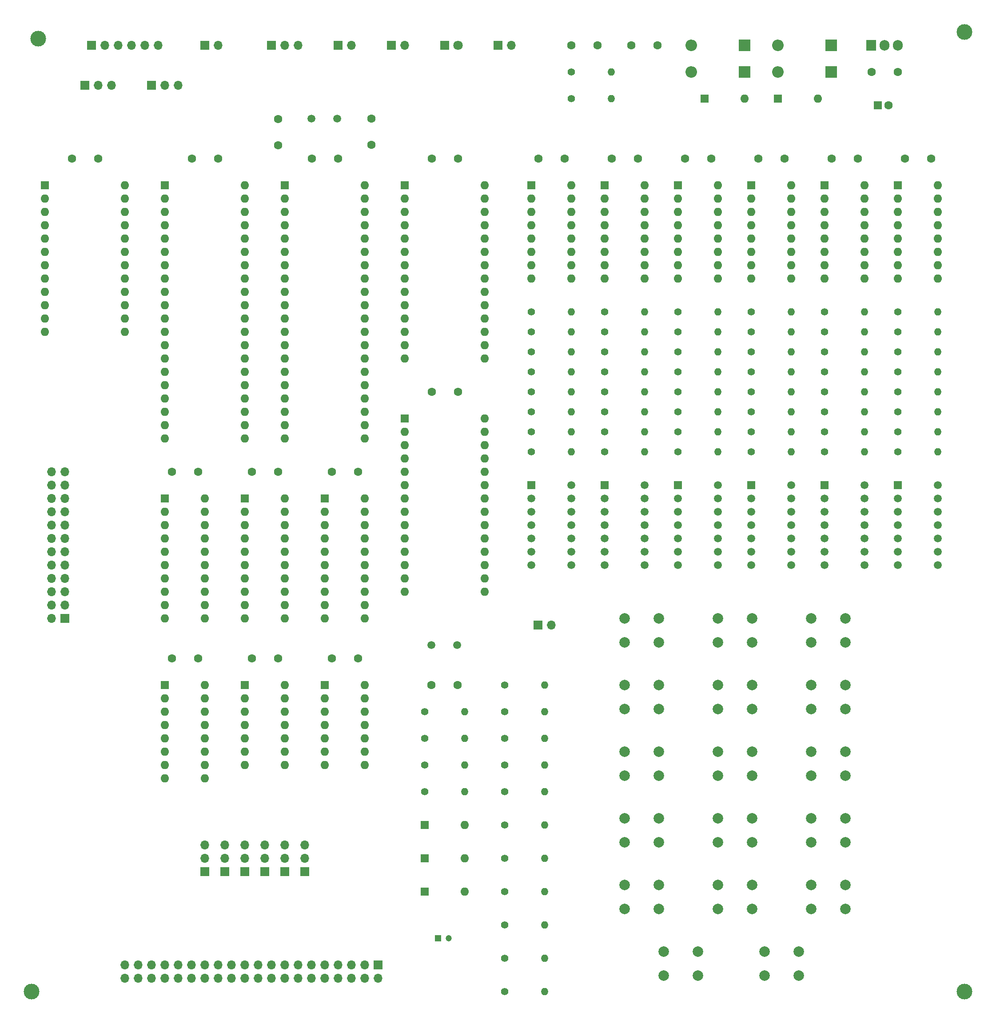
<source format=gbr>
G04 #@! TF.GenerationSoftware,KiCad,Pcbnew,5.1.5+dfsg1-2build2*
G04 #@! TF.CreationDate,2022-02-12T20:51:50-05:00*
G04 #@! TF.ProjectId,6800sbc,36383030-7362-4632-9e6b-696361645f70,rev?*
G04 #@! TF.SameCoordinates,Original*
G04 #@! TF.FileFunction,Soldermask,Top*
G04 #@! TF.FilePolarity,Negative*
%FSLAX46Y46*%
G04 Gerber Fmt 4.6, Leading zero omitted, Abs format (unit mm)*
G04 Created by KiCad (PCBNEW 5.1.5+dfsg1-2build2) date 2022-02-12 20:51:50*
%MOMM*%
%LPD*%
G04 APERTURE LIST*
%ADD10O,1.400000X1.400000*%
%ADD11C,1.400000*%
%ADD12O,1.700000X1.700000*%
%ADD13R,1.700000X1.700000*%
%ADD14O,1.600000X1.600000*%
%ADD15R,1.600000X1.600000*%
%ADD16C,3.000000*%
%ADD17O,2.200000X2.200000*%
%ADD18R,2.200000X2.200000*%
%ADD19C,1.500000*%
%ADD20R,1.500000X1.500000*%
%ADD21O,1.905000X2.000000*%
%ADD22R,1.905000X2.000000*%
%ADD23C,2.000000*%
%ADD24C,1.800000*%
%ADD25R,1.800000X1.800000*%
%ADD26C,1.600000*%
%ADD27C,1.200000*%
%ADD28R,1.200000X1.200000*%
G04 APERTURE END LIST*
D10*
X135890000Y-198120000D03*
D11*
X128270000Y-198120000D03*
D10*
X135890000Y-185420000D03*
D11*
X128270000Y-185420000D03*
D10*
X135890000Y-191770000D03*
D11*
X128270000Y-191770000D03*
D10*
X135890000Y-204470000D03*
D11*
X128270000Y-204470000D03*
D10*
X135890000Y-210820000D03*
D11*
X128270000Y-210820000D03*
D10*
X135890000Y-152400000D03*
D11*
X128270000Y-152400000D03*
D10*
X135890000Y-157480000D03*
D11*
X128270000Y-157480000D03*
D10*
X135890000Y-162560000D03*
D11*
X128270000Y-162560000D03*
D10*
X135890000Y-167640000D03*
D11*
X128270000Y-167640000D03*
D10*
X135890000Y-172720000D03*
D11*
X128270000Y-172720000D03*
D10*
X135890000Y-179070000D03*
D11*
X128270000Y-179070000D03*
D12*
X90170000Y-182880000D03*
X90170000Y-185420000D03*
D13*
X90170000Y-187960000D03*
D12*
X86360000Y-182880000D03*
X86360000Y-185420000D03*
D13*
X86360000Y-187960000D03*
D12*
X82550000Y-182880000D03*
X82550000Y-185420000D03*
D13*
X82550000Y-187960000D03*
D12*
X78740000Y-182880000D03*
X78740000Y-185420000D03*
D13*
X78740000Y-187960000D03*
D12*
X74930000Y-182880000D03*
X74930000Y-185420000D03*
D13*
X74930000Y-187960000D03*
D12*
X71120000Y-182880000D03*
X71120000Y-185420000D03*
D13*
X71120000Y-187960000D03*
D14*
X55880000Y-57150000D03*
X40640000Y-85090000D03*
X55880000Y-59690000D03*
X40640000Y-82550000D03*
X55880000Y-62230000D03*
X40640000Y-80010000D03*
X55880000Y-64770000D03*
X40640000Y-77470000D03*
X55880000Y-67310000D03*
X40640000Y-74930000D03*
X55880000Y-69850000D03*
X40640000Y-72390000D03*
X55880000Y-72390000D03*
X40640000Y-69850000D03*
X55880000Y-74930000D03*
X40640000Y-67310000D03*
X55880000Y-77470000D03*
X40640000Y-64770000D03*
X55880000Y-80010000D03*
X40640000Y-62230000D03*
X55880000Y-82550000D03*
X40640000Y-59690000D03*
X55880000Y-85090000D03*
D15*
X40640000Y-57150000D03*
D16*
X39370000Y-29210000D03*
X38100000Y-210820000D03*
X215900000Y-210820000D03*
X215900000Y-27940000D03*
D10*
X210820000Y-81280000D03*
D11*
X203200000Y-81280000D03*
D10*
X210820000Y-85090000D03*
D11*
X203200000Y-85090000D03*
D10*
X210820000Y-88900000D03*
D11*
X203200000Y-88900000D03*
D10*
X210820000Y-92710000D03*
D11*
X203200000Y-92710000D03*
D10*
X210820000Y-96520000D03*
D11*
X203200000Y-96520000D03*
D10*
X210820000Y-100330000D03*
D11*
X203200000Y-100330000D03*
D10*
X210820000Y-104140000D03*
D11*
X203200000Y-104140000D03*
D10*
X210820000Y-107950000D03*
D11*
X203200000Y-107950000D03*
D10*
X196850000Y-81280000D03*
D11*
X189230000Y-81280000D03*
D10*
X196850000Y-85090000D03*
D11*
X189230000Y-85090000D03*
D10*
X196850000Y-88900000D03*
D11*
X189230000Y-88900000D03*
D10*
X196850000Y-92710000D03*
D11*
X189230000Y-92710000D03*
D10*
X196850000Y-96520000D03*
D11*
X189230000Y-96520000D03*
D10*
X196850000Y-100330000D03*
D11*
X189230000Y-100330000D03*
D10*
X196850000Y-104140000D03*
D11*
X189230000Y-104140000D03*
D10*
X196850000Y-107950000D03*
D11*
X189230000Y-107950000D03*
D10*
X182880000Y-81280000D03*
D11*
X175260000Y-81280000D03*
D10*
X182880000Y-85090000D03*
D11*
X175260000Y-85090000D03*
D10*
X182880000Y-88900000D03*
D11*
X175260000Y-88900000D03*
D10*
X182880000Y-92710000D03*
D11*
X175260000Y-92710000D03*
D10*
X182880000Y-96520000D03*
D11*
X175260000Y-96520000D03*
D10*
X182880000Y-100330000D03*
D11*
X175260000Y-100330000D03*
D10*
X182880000Y-104140000D03*
D11*
X175260000Y-104140000D03*
D10*
X182880000Y-107950000D03*
D11*
X175260000Y-107950000D03*
D10*
X168910000Y-81280000D03*
D11*
X161290000Y-81280000D03*
D10*
X168910000Y-85090000D03*
D11*
X161290000Y-85090000D03*
D10*
X168910000Y-88900000D03*
D11*
X161290000Y-88900000D03*
D10*
X168910000Y-92710000D03*
D11*
X161290000Y-92710000D03*
D10*
X168910000Y-96520000D03*
D11*
X161290000Y-96520000D03*
D10*
X168910000Y-100330000D03*
D11*
X161290000Y-100330000D03*
D10*
X168910000Y-104140000D03*
D11*
X161290000Y-104140000D03*
D10*
X168910000Y-107950000D03*
D11*
X161290000Y-107950000D03*
D10*
X154940000Y-81280000D03*
D11*
X147320000Y-81280000D03*
D10*
X154940000Y-85090000D03*
D11*
X147320000Y-85090000D03*
D10*
X154940000Y-88900000D03*
D11*
X147320000Y-88900000D03*
D10*
X154940000Y-92710000D03*
D11*
X147320000Y-92710000D03*
D10*
X154940000Y-96520000D03*
D11*
X147320000Y-96520000D03*
D10*
X154940000Y-100330000D03*
D11*
X147320000Y-100330000D03*
D10*
X154940000Y-104140000D03*
D11*
X147320000Y-104140000D03*
D10*
X154940000Y-107950000D03*
D11*
X147320000Y-107950000D03*
D10*
X140970000Y-81280000D03*
D11*
X133350000Y-81280000D03*
D10*
X140970000Y-85090000D03*
D11*
X133350000Y-85090000D03*
D10*
X140970000Y-88900000D03*
D11*
X133350000Y-88900000D03*
D10*
X140970000Y-92710000D03*
D11*
X133350000Y-92710000D03*
D10*
X140970000Y-96520000D03*
D11*
X133350000Y-96520000D03*
D10*
X140970000Y-100330000D03*
D11*
X133350000Y-100330000D03*
D10*
X140970000Y-104140000D03*
D11*
X133350000Y-104140000D03*
D10*
X140970000Y-107950000D03*
D11*
X133350000Y-107950000D03*
D12*
X129540000Y-30480000D03*
D13*
X127000000Y-30480000D03*
D12*
X137160000Y-140970000D03*
D13*
X134620000Y-140970000D03*
D17*
X180340000Y-30480000D03*
D18*
X190500000Y-30480000D03*
D17*
X180340000Y-35560000D03*
D18*
X190500000Y-35560000D03*
D17*
X163830000Y-35560000D03*
D18*
X173990000Y-35560000D03*
D17*
X163830000Y-30480000D03*
D18*
X173990000Y-30480000D03*
D19*
X96340000Y-44450000D03*
X91440000Y-44450000D03*
X119200000Y-144780000D03*
X114300000Y-144780000D03*
D14*
X86360000Y-152400000D03*
X78740000Y-167640000D03*
X86360000Y-154940000D03*
X78740000Y-165100000D03*
X86360000Y-157480000D03*
X78740000Y-162560000D03*
X86360000Y-160020000D03*
X78740000Y-160020000D03*
X86360000Y-162560000D03*
X78740000Y-157480000D03*
X86360000Y-165100000D03*
X78740000Y-154940000D03*
X86360000Y-167640000D03*
D15*
X78740000Y-152400000D03*
D14*
X71120000Y-152400000D03*
X63500000Y-170180000D03*
X71120000Y-154940000D03*
X63500000Y-167640000D03*
X71120000Y-157480000D03*
X63500000Y-165100000D03*
X71120000Y-160020000D03*
X63500000Y-162560000D03*
X71120000Y-162560000D03*
X63500000Y-160020000D03*
X71120000Y-165100000D03*
X63500000Y-157480000D03*
X71120000Y-167640000D03*
X63500000Y-154940000D03*
X71120000Y-170180000D03*
D15*
X63500000Y-152400000D03*
D14*
X101600000Y-116840000D03*
X93980000Y-139700000D03*
X101600000Y-119380000D03*
X93980000Y-137160000D03*
X101600000Y-121920000D03*
X93980000Y-134620000D03*
X101600000Y-124460000D03*
X93980000Y-132080000D03*
X101600000Y-127000000D03*
X93980000Y-129540000D03*
X101600000Y-129540000D03*
X93980000Y-127000000D03*
X101600000Y-132080000D03*
X93980000Y-124460000D03*
X101600000Y-134620000D03*
X93980000Y-121920000D03*
X101600000Y-137160000D03*
X93980000Y-119380000D03*
X101600000Y-139700000D03*
D15*
X93980000Y-116840000D03*
D14*
X71120000Y-116840000D03*
X63500000Y-139700000D03*
X71120000Y-119380000D03*
X63500000Y-137160000D03*
X71120000Y-121920000D03*
X63500000Y-134620000D03*
X71120000Y-124460000D03*
X63500000Y-132080000D03*
X71120000Y-127000000D03*
X63500000Y-129540000D03*
X71120000Y-129540000D03*
X63500000Y-127000000D03*
X71120000Y-132080000D03*
X63500000Y-124460000D03*
X71120000Y-134620000D03*
X63500000Y-121920000D03*
X71120000Y-137160000D03*
X63500000Y-119380000D03*
X71120000Y-139700000D03*
D15*
X63500000Y-116840000D03*
D14*
X101600000Y-57150000D03*
X86360000Y-105410000D03*
X101600000Y-59690000D03*
X86360000Y-102870000D03*
X101600000Y-62230000D03*
X86360000Y-100330000D03*
X101600000Y-64770000D03*
X86360000Y-97790000D03*
X101600000Y-67310000D03*
X86360000Y-95250000D03*
X101600000Y-69850000D03*
X86360000Y-92710000D03*
X101600000Y-72390000D03*
X86360000Y-90170000D03*
X101600000Y-74930000D03*
X86360000Y-87630000D03*
X101600000Y-77470000D03*
X86360000Y-85090000D03*
X101600000Y-80010000D03*
X86360000Y-82550000D03*
X101600000Y-82550000D03*
X86360000Y-80010000D03*
X101600000Y-85090000D03*
X86360000Y-77470000D03*
X101600000Y-87630000D03*
X86360000Y-74930000D03*
X101600000Y-90170000D03*
X86360000Y-72390000D03*
X101600000Y-92710000D03*
X86360000Y-69850000D03*
X101600000Y-95250000D03*
X86360000Y-67310000D03*
X101600000Y-97790000D03*
X86360000Y-64770000D03*
X101600000Y-100330000D03*
X86360000Y-62230000D03*
X101600000Y-102870000D03*
X86360000Y-59690000D03*
X101600000Y-105410000D03*
D15*
X86360000Y-57150000D03*
D14*
X124460000Y-57150000D03*
X109220000Y-90170000D03*
X124460000Y-59690000D03*
X109220000Y-87630000D03*
X124460000Y-62230000D03*
X109220000Y-85090000D03*
X124460000Y-64770000D03*
X109220000Y-82550000D03*
X124460000Y-67310000D03*
X109220000Y-80010000D03*
X124460000Y-69850000D03*
X109220000Y-77470000D03*
X124460000Y-72390000D03*
X109220000Y-74930000D03*
X124460000Y-74930000D03*
X109220000Y-72390000D03*
X124460000Y-77470000D03*
X109220000Y-69850000D03*
X124460000Y-80010000D03*
X109220000Y-67310000D03*
X124460000Y-82550000D03*
X109220000Y-64770000D03*
X124460000Y-85090000D03*
X109220000Y-62230000D03*
X124460000Y-87630000D03*
X109220000Y-59690000D03*
X124460000Y-90170000D03*
D15*
X109220000Y-57150000D03*
D14*
X124460000Y-101600000D03*
X109220000Y-134620000D03*
X124460000Y-104140000D03*
X109220000Y-132080000D03*
X124460000Y-106680000D03*
X109220000Y-129540000D03*
X124460000Y-109220000D03*
X109220000Y-127000000D03*
X124460000Y-111760000D03*
X109220000Y-124460000D03*
X124460000Y-114300000D03*
X109220000Y-121920000D03*
X124460000Y-116840000D03*
X109220000Y-119380000D03*
X124460000Y-119380000D03*
X109220000Y-116840000D03*
X124460000Y-121920000D03*
X109220000Y-114300000D03*
X124460000Y-124460000D03*
X109220000Y-111760000D03*
X124460000Y-127000000D03*
X109220000Y-109220000D03*
X124460000Y-129540000D03*
X109220000Y-106680000D03*
X124460000Y-132080000D03*
X109220000Y-104140000D03*
X124460000Y-134620000D03*
D15*
X109220000Y-101600000D03*
D14*
X86360000Y-116840000D03*
X78740000Y-139700000D03*
X86360000Y-119380000D03*
X78740000Y-137160000D03*
X86360000Y-121920000D03*
X78740000Y-134620000D03*
X86360000Y-124460000D03*
X78740000Y-132080000D03*
X86360000Y-127000000D03*
X78740000Y-129540000D03*
X86360000Y-129540000D03*
X78740000Y-127000000D03*
X86360000Y-132080000D03*
X78740000Y-124460000D03*
X86360000Y-134620000D03*
X78740000Y-121920000D03*
X86360000Y-137160000D03*
X78740000Y-119380000D03*
X86360000Y-139700000D03*
D15*
X78740000Y-116840000D03*
D14*
X210820000Y-57150000D03*
X203200000Y-74930000D03*
X210820000Y-59690000D03*
X203200000Y-72390000D03*
X210820000Y-62230000D03*
X203200000Y-69850000D03*
X210820000Y-64770000D03*
X203200000Y-67310000D03*
X210820000Y-67310000D03*
X203200000Y-64770000D03*
X210820000Y-69850000D03*
X203200000Y-62230000D03*
X210820000Y-72390000D03*
X203200000Y-59690000D03*
X210820000Y-74930000D03*
D15*
X203200000Y-57150000D03*
D14*
X196850000Y-57150000D03*
X189230000Y-74930000D03*
X196850000Y-59690000D03*
X189230000Y-72390000D03*
X196850000Y-62230000D03*
X189230000Y-69850000D03*
X196850000Y-64770000D03*
X189230000Y-67310000D03*
X196850000Y-67310000D03*
X189230000Y-64770000D03*
X196850000Y-69850000D03*
X189230000Y-62230000D03*
X196850000Y-72390000D03*
X189230000Y-59690000D03*
X196850000Y-74930000D03*
D15*
X189230000Y-57150000D03*
D14*
X182880000Y-57150000D03*
X175260000Y-74930000D03*
X182880000Y-59690000D03*
X175260000Y-72390000D03*
X182880000Y-62230000D03*
X175260000Y-69850000D03*
X182880000Y-64770000D03*
X175260000Y-67310000D03*
X182880000Y-67310000D03*
X175260000Y-64770000D03*
X182880000Y-69850000D03*
X175260000Y-62230000D03*
X182880000Y-72390000D03*
X175260000Y-59690000D03*
X182880000Y-74930000D03*
D15*
X175260000Y-57150000D03*
D14*
X168910000Y-57150000D03*
X161290000Y-74930000D03*
X168910000Y-59690000D03*
X161290000Y-72390000D03*
X168910000Y-62230000D03*
X161290000Y-69850000D03*
X168910000Y-64770000D03*
X161290000Y-67310000D03*
X168910000Y-67310000D03*
X161290000Y-64770000D03*
X168910000Y-69850000D03*
X161290000Y-62230000D03*
X168910000Y-72390000D03*
X161290000Y-59690000D03*
X168910000Y-74930000D03*
D15*
X161290000Y-57150000D03*
D14*
X154940000Y-57150000D03*
X147320000Y-74930000D03*
X154940000Y-59690000D03*
X147320000Y-72390000D03*
X154940000Y-62230000D03*
X147320000Y-69850000D03*
X154940000Y-64770000D03*
X147320000Y-67310000D03*
X154940000Y-67310000D03*
X147320000Y-64770000D03*
X154940000Y-69850000D03*
X147320000Y-62230000D03*
X154940000Y-72390000D03*
X147320000Y-59690000D03*
X154940000Y-74930000D03*
D15*
X147320000Y-57150000D03*
D14*
X140970000Y-57150000D03*
X133350000Y-74930000D03*
X140970000Y-59690000D03*
X133350000Y-72390000D03*
X140970000Y-62230000D03*
X133350000Y-69850000D03*
X140970000Y-64770000D03*
X133350000Y-67310000D03*
X140970000Y-67310000D03*
X133350000Y-64770000D03*
X140970000Y-69850000D03*
X133350000Y-62230000D03*
X140970000Y-72390000D03*
X133350000Y-59690000D03*
X140970000Y-74930000D03*
D15*
X133350000Y-57150000D03*
D19*
X210820000Y-114300000D03*
X210820000Y-116840000D03*
X210820000Y-119380000D03*
X210820000Y-121920000D03*
X210820000Y-124460000D03*
X210820000Y-127000000D03*
X210820000Y-129540000D03*
X203200000Y-129540000D03*
X203200000Y-127000000D03*
X203200000Y-124460000D03*
X203200000Y-121920000D03*
X203200000Y-119380000D03*
X203200000Y-116840000D03*
D20*
X203200000Y-114300000D03*
D19*
X196850000Y-114300000D03*
X196850000Y-116840000D03*
X196850000Y-119380000D03*
X196850000Y-121920000D03*
X196850000Y-124460000D03*
X196850000Y-127000000D03*
X196850000Y-129540000D03*
X189230000Y-129540000D03*
X189230000Y-127000000D03*
X189230000Y-124460000D03*
X189230000Y-121920000D03*
X189230000Y-119380000D03*
X189230000Y-116840000D03*
D20*
X189230000Y-114300000D03*
D19*
X182880000Y-114300000D03*
X182880000Y-116840000D03*
X182880000Y-119380000D03*
X182880000Y-121920000D03*
X182880000Y-124460000D03*
X182880000Y-127000000D03*
X182880000Y-129540000D03*
X175260000Y-129540000D03*
X175260000Y-127000000D03*
X175260000Y-124460000D03*
X175260000Y-121920000D03*
X175260000Y-119380000D03*
X175260000Y-116840000D03*
D20*
X175260000Y-114300000D03*
D19*
X168910000Y-114300000D03*
X168910000Y-116840000D03*
X168910000Y-119380000D03*
X168910000Y-121920000D03*
X168910000Y-124460000D03*
X168910000Y-127000000D03*
X168910000Y-129540000D03*
X161290000Y-129540000D03*
X161290000Y-127000000D03*
X161290000Y-124460000D03*
X161290000Y-121920000D03*
X161290000Y-119380000D03*
X161290000Y-116840000D03*
D20*
X161290000Y-114300000D03*
D19*
X154940000Y-114300000D03*
X154940000Y-116840000D03*
X154940000Y-119380000D03*
X154940000Y-121920000D03*
X154940000Y-124460000D03*
X154940000Y-127000000D03*
X154940000Y-129540000D03*
X147320000Y-129540000D03*
X147320000Y-127000000D03*
X147320000Y-124460000D03*
X147320000Y-121920000D03*
X147320000Y-119380000D03*
X147320000Y-116840000D03*
D20*
X147320000Y-114300000D03*
D19*
X140970000Y-114300000D03*
X140970000Y-116840000D03*
X140970000Y-119380000D03*
X140970000Y-121920000D03*
X140970000Y-124460000D03*
X140970000Y-127000000D03*
X140970000Y-129540000D03*
X133350000Y-129540000D03*
X133350000Y-127000000D03*
X133350000Y-124460000D03*
X133350000Y-121920000D03*
X133350000Y-119380000D03*
X133350000Y-116840000D03*
D20*
X133350000Y-114300000D03*
D14*
X101600000Y-152400000D03*
X93980000Y-167640000D03*
X101600000Y-154940000D03*
X93980000Y-165100000D03*
X101600000Y-157480000D03*
X93980000Y-162560000D03*
X101600000Y-160020000D03*
X93980000Y-160020000D03*
X101600000Y-162560000D03*
X93980000Y-157480000D03*
X101600000Y-165100000D03*
X93980000Y-154940000D03*
X101600000Y-167640000D03*
D15*
X93980000Y-152400000D03*
D14*
X78740000Y-57150000D03*
X63500000Y-105410000D03*
X78740000Y-59690000D03*
X63500000Y-102870000D03*
X78740000Y-62230000D03*
X63500000Y-100330000D03*
X78740000Y-64770000D03*
X63500000Y-97790000D03*
X78740000Y-67310000D03*
X63500000Y-95250000D03*
X78740000Y-69850000D03*
X63500000Y-92710000D03*
X78740000Y-72390000D03*
X63500000Y-90170000D03*
X78740000Y-74930000D03*
X63500000Y-87630000D03*
X78740000Y-77470000D03*
X63500000Y-85090000D03*
X78740000Y-80010000D03*
X63500000Y-82550000D03*
X78740000Y-82550000D03*
X63500000Y-80010000D03*
X78740000Y-85090000D03*
X63500000Y-77470000D03*
X78740000Y-87630000D03*
X63500000Y-74930000D03*
X78740000Y-90170000D03*
X63500000Y-72390000D03*
X78740000Y-92710000D03*
X63500000Y-69850000D03*
X78740000Y-95250000D03*
X63500000Y-67310000D03*
X78740000Y-97790000D03*
X63500000Y-64770000D03*
X78740000Y-100330000D03*
X63500000Y-62230000D03*
X78740000Y-102870000D03*
X63500000Y-59690000D03*
X78740000Y-105410000D03*
D15*
X63500000Y-57150000D03*
D21*
X203200000Y-30480000D03*
X200660000Y-30480000D03*
D22*
X198120000Y-30480000D03*
D23*
X184300000Y-203200000D03*
X184300000Y-207700000D03*
X177800000Y-203200000D03*
X177800000Y-207700000D03*
X165100000Y-203200000D03*
X165100000Y-207700000D03*
X158600000Y-203200000D03*
X158600000Y-207700000D03*
X193190000Y-190500000D03*
X193190000Y-195000000D03*
X186690000Y-190500000D03*
X186690000Y-195000000D03*
X175410000Y-190500000D03*
X175410000Y-195000000D03*
X168910000Y-190500000D03*
X168910000Y-195000000D03*
X157630000Y-190500000D03*
X157630000Y-195000000D03*
X151130000Y-190500000D03*
X151130000Y-195000000D03*
X193190000Y-177800000D03*
X193190000Y-182300000D03*
X186690000Y-177800000D03*
X186690000Y-182300000D03*
X175410000Y-177800000D03*
X175410000Y-182300000D03*
X168910000Y-177800000D03*
X168910000Y-182300000D03*
X157630000Y-177800000D03*
X157630000Y-182300000D03*
X151130000Y-177800000D03*
X151130000Y-182300000D03*
X193190000Y-165100000D03*
X193190000Y-169600000D03*
X186690000Y-165100000D03*
X186690000Y-169600000D03*
X175410000Y-165100000D03*
X175410000Y-169600000D03*
X168910000Y-165100000D03*
X168910000Y-169600000D03*
X157630000Y-165100000D03*
X157630000Y-169600000D03*
X151130000Y-165100000D03*
X151130000Y-169600000D03*
X193190000Y-152400000D03*
X193190000Y-156900000D03*
X186690000Y-152400000D03*
X186690000Y-156900000D03*
X175410000Y-152400000D03*
X175410000Y-156900000D03*
X168910000Y-152400000D03*
X168910000Y-156900000D03*
X157630000Y-152400000D03*
X157630000Y-156900000D03*
X151130000Y-152400000D03*
X151130000Y-156900000D03*
X193190000Y-139700000D03*
X193190000Y-144200000D03*
X186690000Y-139700000D03*
X186690000Y-144200000D03*
X175410000Y-139700000D03*
X175410000Y-144200000D03*
X168910000Y-139700000D03*
X168910000Y-144200000D03*
X157630000Y-139700000D03*
X157630000Y-144200000D03*
X151130000Y-139700000D03*
X151130000Y-144200000D03*
D10*
X120650000Y-167640000D03*
D11*
X113030000Y-167640000D03*
D10*
X120650000Y-172720000D03*
D11*
X113030000Y-172720000D03*
D10*
X120650000Y-162560000D03*
D11*
X113030000Y-162560000D03*
D10*
X120650000Y-157480000D03*
D11*
X113030000Y-157480000D03*
D10*
X148590000Y-40640000D03*
D11*
X140970000Y-40640000D03*
D10*
X148590000Y-35560000D03*
D11*
X140970000Y-35560000D03*
D12*
X73660000Y-30480000D03*
D13*
X71120000Y-30480000D03*
D12*
X62230000Y-30480000D03*
X59690000Y-30480000D03*
X57150000Y-30480000D03*
X54610000Y-30480000D03*
X52070000Y-30480000D03*
D13*
X49530000Y-30480000D03*
D12*
X53340000Y-38100000D03*
X50800000Y-38100000D03*
D13*
X48260000Y-38100000D03*
D12*
X55880000Y-208280000D03*
X55880000Y-205740000D03*
X58420000Y-208280000D03*
X58420000Y-205740000D03*
X60960000Y-208280000D03*
X60960000Y-205740000D03*
X63500000Y-208280000D03*
X63500000Y-205740000D03*
X66040000Y-208280000D03*
X66040000Y-205740000D03*
X68580000Y-208280000D03*
X68580000Y-205740000D03*
X71120000Y-208280000D03*
X71120000Y-205740000D03*
X73660000Y-208280000D03*
X73660000Y-205740000D03*
X76200000Y-208280000D03*
X76200000Y-205740000D03*
X78740000Y-208280000D03*
X78740000Y-205740000D03*
X81280000Y-208280000D03*
X81280000Y-205740000D03*
X83820000Y-208280000D03*
X83820000Y-205740000D03*
X86360000Y-208280000D03*
X86360000Y-205740000D03*
X88900000Y-208280000D03*
X88900000Y-205740000D03*
X91440000Y-208280000D03*
X91440000Y-205740000D03*
X93980000Y-208280000D03*
X93980000Y-205740000D03*
X96520000Y-208280000D03*
X96520000Y-205740000D03*
X99060000Y-208280000D03*
X99060000Y-205740000D03*
X101600000Y-208280000D03*
X101600000Y-205740000D03*
X104140000Y-208280000D03*
D13*
X104140000Y-205740000D03*
D12*
X88900000Y-30480000D03*
X86360000Y-30480000D03*
D13*
X83820000Y-30480000D03*
D12*
X66040000Y-38100000D03*
X63500000Y-38100000D03*
D13*
X60960000Y-38100000D03*
D12*
X41910000Y-111760000D03*
X44450000Y-111760000D03*
X41910000Y-114300000D03*
X44450000Y-114300000D03*
X41910000Y-116840000D03*
X44450000Y-116840000D03*
X41910000Y-119380000D03*
X44450000Y-119380000D03*
X41910000Y-121920000D03*
X44450000Y-121920000D03*
X41910000Y-124460000D03*
X44450000Y-124460000D03*
X41910000Y-127000000D03*
X44450000Y-127000000D03*
X41910000Y-129540000D03*
X44450000Y-129540000D03*
X41910000Y-132080000D03*
X44450000Y-132080000D03*
X41910000Y-134620000D03*
X44450000Y-134620000D03*
X41910000Y-137160000D03*
X44450000Y-137160000D03*
X41910000Y-139700000D03*
D13*
X44450000Y-139700000D03*
D12*
X99060000Y-30480000D03*
D13*
X96520000Y-30480000D03*
D12*
X109220000Y-30480000D03*
D13*
X106680000Y-30480000D03*
D14*
X120650000Y-191770000D03*
D15*
X113030000Y-191770000D03*
D14*
X120650000Y-185420000D03*
D15*
X113030000Y-185420000D03*
D14*
X120650000Y-179070000D03*
D15*
X113030000Y-179070000D03*
D24*
X119380000Y-30480000D03*
D25*
X116840000Y-30480000D03*
D14*
X187960000Y-40640000D03*
D15*
X180340000Y-40640000D03*
D14*
X173990000Y-40640000D03*
D15*
X166370000Y-40640000D03*
D26*
X102870000Y-49450000D03*
X102870000Y-44450000D03*
X85090000Y-44530000D03*
X85090000Y-49530000D03*
D27*
X117570000Y-200660000D03*
D28*
X115570000Y-200660000D03*
D26*
X119300000Y-152400000D03*
X114300000Y-152400000D03*
X95330000Y-147320000D03*
X100330000Y-147320000D03*
X114380000Y-52070000D03*
X119380000Y-52070000D03*
X91520000Y-52070000D03*
X96520000Y-52070000D03*
X68660000Y-52070000D03*
X73660000Y-52070000D03*
X64850000Y-111760000D03*
X69850000Y-111760000D03*
X176610000Y-52070000D03*
X181610000Y-52070000D03*
X95330000Y-111760000D03*
X100330000Y-111760000D03*
X64850000Y-147320000D03*
X69850000Y-147320000D03*
X114380000Y-96520000D03*
X119380000Y-96520000D03*
X204550000Y-52070000D03*
X209550000Y-52070000D03*
X45800000Y-52070000D03*
X50800000Y-52070000D03*
X190580000Y-52070000D03*
X195580000Y-52070000D03*
X80090000Y-111760000D03*
X85090000Y-111760000D03*
X148670000Y-52070000D03*
X153670000Y-52070000D03*
X80090000Y-147320000D03*
X85090000Y-147320000D03*
X134700000Y-52070000D03*
X139700000Y-52070000D03*
X162640000Y-52070000D03*
X167640000Y-52070000D03*
X157400000Y-30480000D03*
X152400000Y-30480000D03*
X198200000Y-35560000D03*
X203200000Y-35560000D03*
X201390000Y-41910000D03*
D15*
X199390000Y-41910000D03*
D26*
X145970000Y-30480000D03*
X140970000Y-30480000D03*
M02*

</source>
